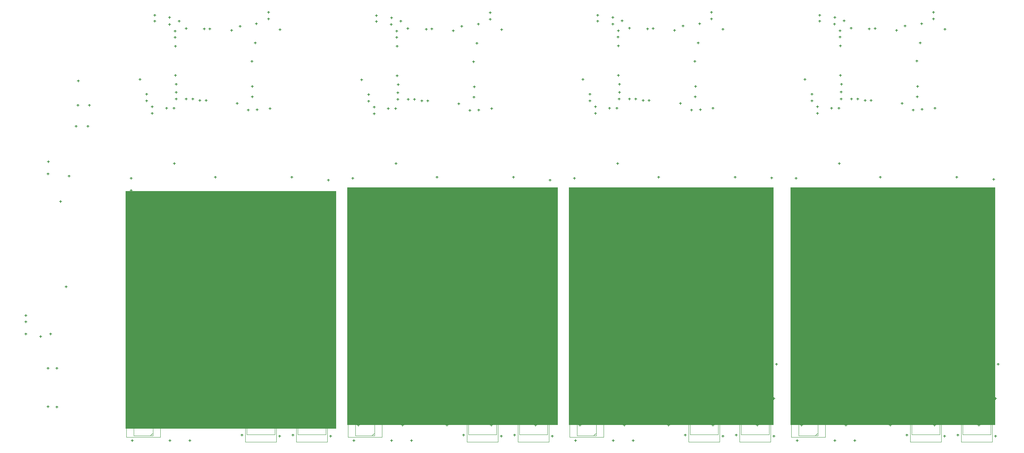
<source format=gm1>
G04*
G04 #@! TF.GenerationSoftware,Altium Limited,Altium Designer,18.1.7 (191)*
G04*
G04 Layer_Color=16711935*
%FSLAX25Y25*%
%MOIN*%
G70*
G01*
G75*
%ADD13C,0.00394*%
%ADD14C,0.00500*%
%ADD18C,0.00197*%
%ADD19R,1.90000X2.15000*%
%ADD20R,1.85000X2.15000*%
D13*
X886858Y17055D02*
Y34378D01*
X861268Y17055D02*
X886858D01*
X861268D02*
Y34378D01*
X886858D01*
X884299D02*
X886858Y31819D01*
X686858Y17055D02*
Y34378D01*
X661268Y17055D02*
X686858D01*
X661268D02*
Y34378D01*
X686858D01*
X684299D02*
X686858Y31819D01*
X486858Y17055D02*
Y34378D01*
X461268Y17055D02*
X486858D01*
X461268D02*
Y34378D01*
X486858D01*
X484299D02*
X486858Y31819D01*
X286858Y17055D02*
Y34378D01*
X261268Y17055D02*
X286858D01*
X261268D02*
Y34378D01*
X286858D01*
X284299D02*
X286858Y31819D01*
X840858Y17055D02*
Y34378D01*
X815268Y17055D02*
X840858D01*
X815268D02*
Y34378D01*
X840858D01*
X838299D02*
X840858Y31819D01*
X640858Y17055D02*
Y34378D01*
X615268Y17055D02*
X640858D01*
X615268D02*
Y34378D01*
X640858D01*
X638299D02*
X640858Y31819D01*
X440858Y17055D02*
Y34378D01*
X415268Y17055D02*
X440858D01*
X415268D02*
Y34378D01*
X440858D01*
X438299D02*
X440858Y31819D01*
X240858Y17055D02*
Y34378D01*
X215268Y17055D02*
X240858D01*
X215268D02*
Y34378D01*
X240858D01*
X238299D02*
X240858Y31819D01*
X713402Y15921D02*
X730725D01*
X713402D02*
Y41512D01*
X730725D01*
Y15921D02*
Y41512D01*
X728165Y15921D02*
X730725Y18480D01*
X513402Y15921D02*
X530725D01*
X513402D02*
Y41512D01*
X530725D01*
Y15921D02*
Y41512D01*
X528165Y15921D02*
X530725Y18480D01*
X313402Y15921D02*
X330725D01*
X313402D02*
Y41512D01*
X330725D01*
Y15921D02*
Y41512D01*
X328166Y15921D02*
X330725Y18480D01*
X113402Y15921D02*
X130725D01*
X113402D02*
Y41512D01*
X130725D01*
Y15921D02*
Y41512D01*
X128165Y15921D02*
X130725Y18480D01*
X713402Y60921D02*
X730725D01*
X713402D02*
Y86512D01*
X730725D01*
Y60921D02*
Y86512D01*
X728165Y60921D02*
X730725Y63480D01*
X513402Y60921D02*
X530725D01*
X513402D02*
Y86512D01*
X530725D01*
Y60921D02*
Y86512D01*
X528165Y60921D02*
X530725Y63480D01*
X313402Y60921D02*
X330725D01*
X313402D02*
Y86512D01*
X330725D01*
Y60921D02*
Y86512D01*
X328166Y60921D02*
X330725Y63480D01*
X113402Y60921D02*
X130725D01*
X113402D02*
Y86512D01*
X130725D01*
Y60921D02*
Y86512D01*
X128165Y60921D02*
X130725Y63480D01*
X884858Y115055D02*
Y132378D01*
X859268Y115055D02*
X884858D01*
X859268D02*
Y132378D01*
X884858D01*
X882299D02*
X884858Y129819D01*
X684858Y115055D02*
Y132378D01*
X659268Y115055D02*
X684858D01*
X659268D02*
Y132378D01*
X684858D01*
X682299D02*
X684858Y129819D01*
X484858Y115055D02*
Y132378D01*
X459268Y115055D02*
X484858D01*
X459268D02*
Y132378D01*
X484858D01*
X482299D02*
X484858Y129819D01*
X284858Y115055D02*
Y132378D01*
X259268Y115055D02*
X284858D01*
X259268D02*
Y132378D01*
X284858D01*
X282299D02*
X284858Y129819D01*
X713402Y105921D02*
X730725D01*
X713402D02*
Y131512D01*
X730725D01*
Y105921D02*
Y131512D01*
X728165Y105921D02*
X730725Y108480D01*
X513402Y105921D02*
X530725D01*
X513402D02*
Y131512D01*
X530725D01*
Y105921D02*
Y131512D01*
X528165Y105921D02*
X530725Y108480D01*
X313402Y105921D02*
X330725D01*
X313402D02*
Y131512D01*
X330725D01*
Y105921D02*
Y131512D01*
X328166Y105921D02*
X330725Y108480D01*
X113402Y105921D02*
X130725D01*
X113402D02*
Y131512D01*
X130725D01*
Y105921D02*
Y131512D01*
X128165Y105921D02*
X130725Y108480D01*
X713402Y151921D02*
X730725D01*
X713402D02*
Y177512D01*
X730725D01*
Y151921D02*
Y177512D01*
X728165Y151921D02*
X730725Y154480D01*
X513402Y151921D02*
X530725D01*
X513402D02*
Y177512D01*
X530725D01*
Y151921D02*
Y177512D01*
X528165Y151921D02*
X530725Y154480D01*
X313402Y151921D02*
X330725D01*
X313402D02*
Y177512D01*
X330725D01*
Y151921D02*
Y177512D01*
X328166Y151921D02*
X330725Y154480D01*
X113402Y151921D02*
X130725D01*
X113402D02*
Y177512D01*
X130725D01*
Y151921D02*
Y177512D01*
X128165Y151921D02*
X130725Y154480D01*
X884858Y198055D02*
Y215378D01*
X859268Y198055D02*
X884858D01*
X859268D02*
Y215378D01*
X884858D01*
X882299D02*
X884858Y212819D01*
X684858Y198055D02*
Y215378D01*
X659268Y198055D02*
X684858D01*
X659268D02*
Y215378D01*
X684858D01*
X682299D02*
X684858Y212819D01*
X484858Y198055D02*
Y215378D01*
X459268Y198055D02*
X484858D01*
X459268D02*
Y215378D01*
X484858D01*
X482299D02*
X484858Y212819D01*
X284858Y198055D02*
Y215378D01*
X259268Y198055D02*
X284858D01*
X259268D02*
Y215378D01*
X284858D01*
X282299D02*
X284858Y212819D01*
X781918Y198389D02*
Y215712D01*
X756327Y198389D02*
X781918D01*
X756327D02*
Y215712D01*
X781918D01*
X779359D02*
X781918Y213153D01*
X581918Y198389D02*
Y215712D01*
X556327Y198389D02*
X581918D01*
X556327D02*
Y215712D01*
X581918D01*
X579359D02*
X581918Y213153D01*
X381918Y198389D02*
Y215712D01*
X356328Y198389D02*
X381918D01*
X356328D02*
Y215712D01*
X381918D01*
X379359D02*
X381918Y213153D01*
X181918Y198389D02*
Y215712D01*
X156327Y198389D02*
X181918D01*
X156327D02*
Y215712D01*
X181918D01*
X179359D02*
X181918Y213153D01*
X740864Y197087D02*
Y214409D01*
X715273Y197087D02*
X740864D01*
X715273D02*
Y214409D01*
X740864D01*
X738305D02*
X740864Y211850D01*
X540864Y197087D02*
Y214409D01*
X515273Y197087D02*
X540864D01*
X515273D02*
Y214409D01*
X540864D01*
X538305D02*
X540864Y211850D01*
X340864Y197087D02*
Y214409D01*
X315273Y197087D02*
X340864D01*
X315273D02*
Y214409D01*
X340864D01*
X338305D02*
X340864Y211850D01*
X140864Y197087D02*
Y214409D01*
X115273Y197087D02*
X140864D01*
X115273D02*
Y214409D01*
X140864D01*
X138305D02*
X140864Y211850D01*
D14*
X35167Y42471D02*
X37167D01*
X36167Y41471D02*
Y43471D01*
X35177Y77003D02*
X37177D01*
X36177Y76003D02*
Y78003D01*
X43137Y42227D02*
X45137D01*
X44137Y41227D02*
Y43227D01*
X43037Y77217D02*
X45037D01*
X44037Y76217D02*
Y78217D01*
X16032Y123803D02*
Y125803D01*
X15032Y124803D02*
X17032D01*
X16002Y118213D02*
Y120213D01*
X15002Y119213D02*
X17002D01*
X72484Y314866D02*
X74484D01*
X73484Y313866D02*
Y315866D01*
X62244Y314866D02*
X64244D01*
X63244Y313866D02*
Y315866D01*
X38282Y107039D02*
Y109039D01*
X37282Y108039D02*
X39282D01*
X15002Y108165D02*
X17002D01*
X16002Y107165D02*
Y109165D01*
X71070Y295647D02*
X73070D01*
X72070Y294647D02*
Y296646D01*
X52468Y149706D02*
Y151707D01*
X51468Y150707D02*
X53468D01*
X35016Y252918D02*
X37016D01*
X36016Y251918D02*
Y253918D01*
X62474Y336706D02*
X64474D01*
X63474Y335706D02*
Y337706D01*
X60364Y295827D02*
X62364D01*
X61364Y294827D02*
Y296827D01*
X54234Y250657D02*
X56234D01*
X55234Y249657D02*
Y251657D01*
X46424Y227826D02*
X48424D01*
X47424Y226827D02*
Y228826D01*
X35278Y263834D02*
X37278D01*
X36278Y262834D02*
Y264834D01*
X28322Y105783D02*
X30322D01*
X29322Y104783D02*
Y106783D01*
X456227Y16716D02*
X458227D01*
X457227Y15717D02*
Y17717D01*
X456227Y49716D02*
X458227D01*
X457227Y48717D02*
Y50717D01*
X456063Y68717D02*
X458063D01*
X457063Y67716D02*
Y69717D01*
X490063Y15717D02*
X492063D01*
X491063Y14717D02*
Y16716D01*
X490063Y49716D02*
X492063D01*
X491063Y48717D02*
Y50717D01*
X492508Y80717D02*
X494508D01*
X493507Y79716D02*
Y81717D01*
X476063Y24716D02*
Y26717D01*
X475063Y25717D02*
X477063D01*
X476063Y39717D02*
Y41717D01*
X475063Y40716D02*
X477063D01*
X476063Y54716D02*
Y56717D01*
X475063Y55717D02*
X477063D01*
X876063Y54716D02*
Y56717D01*
X875063Y55717D02*
X877063D01*
X876063Y39717D02*
Y41717D01*
X875063Y40716D02*
X877063D01*
X876063Y24716D02*
Y26717D01*
X875063Y25717D02*
X877063D01*
X676063Y54716D02*
Y56717D01*
X675063Y55717D02*
X677063D01*
X676063Y39717D02*
Y41717D01*
X675063Y40716D02*
X677063D01*
X676063Y24716D02*
Y26717D01*
X675063Y25717D02*
X677063D01*
X876063Y69717D02*
Y71716D01*
X875063Y70717D02*
X877063D01*
X876063Y84716D02*
Y86717D01*
X875063Y85716D02*
X877063D01*
X836063Y24716D02*
Y26717D01*
X835063Y25717D02*
X837063D01*
X836063Y39717D02*
Y41717D01*
X835063Y40716D02*
X837063D01*
X836063Y54716D02*
Y56717D01*
X835063Y55717D02*
X837063D01*
X836063Y69717D02*
Y71716D01*
X835063Y70717D02*
X837063D01*
X836063Y84716D02*
Y86717D01*
X835063Y85716D02*
X837063D01*
X796063Y24716D02*
Y26717D01*
X795063Y25717D02*
X797063D01*
X676063Y69717D02*
Y71716D01*
X675063Y70717D02*
X677063D01*
X676063Y84716D02*
Y86717D01*
X675063Y85716D02*
X677063D01*
X636063Y24716D02*
Y26717D01*
X635063Y25717D02*
X637063D01*
X636063Y39717D02*
Y41717D01*
X635063Y40716D02*
X637063D01*
X636063Y54716D02*
Y56717D01*
X635063Y55717D02*
X637063D01*
X636063Y69717D02*
Y71716D01*
X635063Y70717D02*
X637063D01*
X636063Y84716D02*
Y86717D01*
X635063Y85716D02*
X637063D01*
X596063Y24716D02*
Y26717D01*
X595063Y25717D02*
X597063D01*
X476063Y69717D02*
Y71716D01*
X475063Y70717D02*
X477063D01*
X476063Y84716D02*
Y86717D01*
X475063Y85716D02*
X477063D01*
X436063Y24716D02*
Y26717D01*
X435063Y25717D02*
X437063D01*
X436063Y39717D02*
Y41717D01*
X435063Y40716D02*
X437063D01*
X436063Y54716D02*
Y56717D01*
X435063Y55717D02*
X437063D01*
X436063Y69717D02*
Y71716D01*
X435063Y70717D02*
X437063D01*
X436063Y84716D02*
Y86717D01*
X435063Y85716D02*
X437063D01*
X396063Y24716D02*
Y26717D01*
X395063Y25717D02*
X397063D01*
X756063Y24716D02*
Y26717D01*
X755063Y25717D02*
X757063D01*
X716063Y24716D02*
Y26717D01*
X715063Y25717D02*
X717063D01*
X796063Y39717D02*
Y41717D01*
X795063Y40716D02*
X797063D01*
X756063Y39717D02*
Y41717D01*
X755063Y40716D02*
X757063D01*
X716063Y39717D02*
Y41717D01*
X715063Y40716D02*
X717063D01*
X796063Y54716D02*
Y56717D01*
X795063Y55717D02*
X797063D01*
X756063Y54716D02*
Y56717D01*
X755063Y55717D02*
X757063D01*
X716063Y54716D02*
Y56717D01*
X715063Y55717D02*
X717063D01*
X556063Y24716D02*
Y26717D01*
X555063Y25717D02*
X557063D01*
X516063Y24716D02*
Y26717D01*
X515063Y25717D02*
X517063D01*
X596063Y39717D02*
Y41717D01*
X595063Y40716D02*
X597063D01*
X556063Y39717D02*
Y41717D01*
X555063Y40716D02*
X557063D01*
X516063Y39717D02*
Y41717D01*
X515063Y40716D02*
X517063D01*
X596063Y54716D02*
Y56717D01*
X595063Y55717D02*
X597063D01*
X556063Y54716D02*
Y56717D01*
X555063Y55717D02*
X557063D01*
X516063Y54716D02*
Y56717D01*
X515063Y55717D02*
X517063D01*
X356063Y24716D02*
Y26717D01*
X355063Y25717D02*
X357063D01*
X316063Y24716D02*
Y26717D01*
X315063Y25717D02*
X317063D01*
X396063Y39717D02*
Y41717D01*
X395063Y40716D02*
X397063D01*
X356063Y39717D02*
Y41717D01*
X355063Y40716D02*
X357063D01*
X316063Y39717D02*
Y41717D01*
X315063Y40716D02*
X317063D01*
X396063Y54716D02*
Y56717D01*
X395063Y55717D02*
X397063D01*
X356063Y54716D02*
Y56717D01*
X355063Y55717D02*
X357063D01*
X316063Y54716D02*
Y56717D01*
X315063Y55717D02*
X317063D01*
X796063Y69717D02*
Y71716D01*
X795063Y70717D02*
X797063D01*
X756063Y69717D02*
Y71716D01*
X755063Y70717D02*
X757063D01*
X716063Y69717D02*
Y71716D01*
X715063Y70717D02*
X717063D01*
X796063Y84716D02*
Y86717D01*
X795063Y85716D02*
X797063D01*
X756063Y84716D02*
Y86717D01*
X755063Y85716D02*
X757063D01*
X716063Y84716D02*
Y86717D01*
X715063Y85716D02*
X717063D01*
X756063Y99717D02*
Y101716D01*
X755063Y100716D02*
X757063D01*
X716063Y99717D02*
Y101716D01*
X715063Y100716D02*
X717063D01*
X596063Y69717D02*
Y71716D01*
X595063Y70717D02*
X597063D01*
X556063Y69717D02*
Y71716D01*
X555063Y70717D02*
X557063D01*
X516063Y69717D02*
Y71716D01*
X515063Y70717D02*
X517063D01*
X596063Y84716D02*
Y86717D01*
X595063Y85716D02*
X597063D01*
X556063Y84716D02*
Y86717D01*
X555063Y85716D02*
X557063D01*
X516063Y84716D02*
Y86717D01*
X515063Y85716D02*
X517063D01*
X556063Y99717D02*
Y101716D01*
X555063Y100716D02*
X557063D01*
X516063Y99717D02*
Y101716D01*
X515063Y100716D02*
X517063D01*
X396063Y69717D02*
Y71716D01*
X395063Y70717D02*
X397063D01*
X356063Y69717D02*
Y71716D01*
X355063Y70717D02*
X357063D01*
X316063Y69717D02*
Y71716D01*
X315063Y70717D02*
X317063D01*
X396063Y84716D02*
Y86717D01*
X395063Y85716D02*
X397063D01*
X356063Y84716D02*
Y86717D01*
X355063Y85716D02*
X357063D01*
X316063Y84716D02*
Y86717D01*
X315063Y85716D02*
X317063D01*
X356063Y99717D02*
Y101716D01*
X355063Y100716D02*
X357063D01*
X316063Y99717D02*
Y101716D01*
X315063Y100716D02*
X317063D01*
X876063Y99717D02*
Y101716D01*
X875063Y100716D02*
X877063D01*
X876063Y114716D02*
Y116717D01*
X875063Y115717D02*
X877063D01*
X876063Y129717D02*
Y131717D01*
X875063Y130717D02*
X877063D01*
X876063Y144717D02*
Y146716D01*
X875063Y145717D02*
X877063D01*
X836063Y99717D02*
Y101716D01*
X835063Y100716D02*
X837063D01*
X836063Y114716D02*
Y116717D01*
X835063Y115717D02*
X837063D01*
X836063Y144717D02*
Y146716D01*
X835063Y145717D02*
X837063D01*
X836063Y129717D02*
Y131717D01*
X835063Y130717D02*
X837063D01*
X676063Y99717D02*
Y101716D01*
X675063Y100716D02*
X677063D01*
X676063Y114716D02*
Y116717D01*
X675063Y115717D02*
X677063D01*
X676063Y129717D02*
Y131717D01*
X675063Y130717D02*
X677063D01*
X676063Y144717D02*
Y146716D01*
X675063Y145717D02*
X677063D01*
X636063Y99717D02*
Y101716D01*
X635063Y100716D02*
X637063D01*
X636063Y114716D02*
Y116717D01*
X635063Y115717D02*
X637063D01*
X636063Y144717D02*
Y146716D01*
X635063Y145717D02*
X637063D01*
X636063Y129717D02*
Y131717D01*
X635063Y130717D02*
X637063D01*
X476063Y99717D02*
Y101716D01*
X475063Y100716D02*
X477063D01*
X476063Y114716D02*
Y116717D01*
X475063Y115717D02*
X477063D01*
X476063Y129717D02*
Y131717D01*
X475063Y130717D02*
X477063D01*
X476063Y144717D02*
Y146716D01*
X475063Y145717D02*
X477063D01*
X436063Y99717D02*
Y101716D01*
X435063Y100716D02*
X437063D01*
X436063Y114716D02*
Y116717D01*
X435063Y115717D02*
X437063D01*
X436063Y144717D02*
Y146716D01*
X435063Y145717D02*
X437063D01*
X436063Y129717D02*
Y131717D01*
X435063Y130717D02*
X437063D01*
X796063Y99717D02*
Y101716D01*
X795063Y100716D02*
X797063D01*
X796063Y114716D02*
Y116717D01*
X795063Y115717D02*
X797063D01*
X756063Y114716D02*
Y116717D01*
X755063Y115717D02*
X757063D01*
X716063Y114716D02*
Y116717D01*
X715063Y115717D02*
X717063D01*
X796063Y129717D02*
Y131717D01*
X795063Y130717D02*
X797063D01*
X756063Y129717D02*
Y131717D01*
X755063Y130717D02*
X757063D01*
X716063Y129717D02*
Y131717D01*
X715063Y130717D02*
X717063D01*
X716063Y144717D02*
Y146716D01*
X715063Y145717D02*
X717063D01*
X596063Y99717D02*
Y101716D01*
X595063Y100716D02*
X597063D01*
X596063Y114716D02*
Y116717D01*
X595063Y115717D02*
X597063D01*
X556063Y114716D02*
Y116717D01*
X555063Y115717D02*
X557063D01*
X516063Y114716D02*
Y116717D01*
X515063Y115717D02*
X517063D01*
X596063Y129717D02*
Y131717D01*
X595063Y130717D02*
X597063D01*
X556063Y129717D02*
Y131717D01*
X555063Y130717D02*
X557063D01*
X516063Y129717D02*
Y131717D01*
X515063Y130717D02*
X517063D01*
X516063Y144717D02*
Y146716D01*
X515063Y145717D02*
X517063D01*
X396063Y99717D02*
Y101716D01*
X395063Y100716D02*
X397063D01*
X396063Y114716D02*
Y116717D01*
X395063Y115717D02*
X397063D01*
X356063Y114716D02*
Y116717D01*
X355063Y115717D02*
X357063D01*
X316063Y114716D02*
Y116717D01*
X315063Y115717D02*
X317063D01*
X396063Y129717D02*
Y131717D01*
X395063Y130717D02*
X397063D01*
X356063Y129717D02*
Y131717D01*
X355063Y130717D02*
X357063D01*
X316063Y129717D02*
Y131717D01*
X315063Y130717D02*
X317063D01*
X316063Y144717D02*
Y146716D01*
X315063Y145717D02*
X317063D01*
X756063Y144717D02*
Y146716D01*
X755063Y145717D02*
X757063D01*
X796063Y144717D02*
Y146716D01*
X795063Y145717D02*
X797063D01*
X796063Y159716D02*
Y161716D01*
X795063Y160716D02*
X797063D01*
X756063Y159716D02*
Y161716D01*
X755063Y160716D02*
X757063D01*
X716063Y159716D02*
Y161716D01*
X715063Y160716D02*
X717063D01*
X796063Y174716D02*
Y176716D01*
X795063Y175716D02*
X797063D01*
X756063Y174716D02*
Y176716D01*
X755063Y175716D02*
X757063D01*
X716063Y174716D02*
Y176716D01*
X715063Y175716D02*
X717063D01*
X556063Y144717D02*
Y146716D01*
X555063Y145717D02*
X557063D01*
X596063Y144717D02*
Y146716D01*
X595063Y145717D02*
X597063D01*
X596063Y159716D02*
Y161716D01*
X595063Y160716D02*
X597063D01*
X556063Y159716D02*
Y161716D01*
X555063Y160716D02*
X557063D01*
X516063Y159716D02*
Y161716D01*
X515063Y160716D02*
X517063D01*
X596063Y174716D02*
Y176716D01*
X595063Y175716D02*
X597063D01*
X556063Y174716D02*
Y176716D01*
X555063Y175716D02*
X557063D01*
X516063Y174716D02*
Y176716D01*
X515063Y175716D02*
X517063D01*
X356063Y144717D02*
Y146716D01*
X355063Y145717D02*
X357063D01*
X396063Y144717D02*
Y146716D01*
X395063Y145717D02*
X397063D01*
X396063Y159716D02*
Y161716D01*
X395063Y160716D02*
X397063D01*
X356063Y159716D02*
Y161716D01*
X355063Y160716D02*
X357063D01*
X316063Y159716D02*
Y161716D01*
X315063Y160716D02*
X317063D01*
X396063Y174716D02*
Y176716D01*
X395063Y175716D02*
X397063D01*
X356063Y174716D02*
Y176716D01*
X355063Y175716D02*
X357063D01*
X316063Y174716D02*
Y176716D01*
X315063Y175716D02*
X317063D01*
X876063Y174716D02*
Y176716D01*
X875063Y175716D02*
X877063D01*
X876063Y159716D02*
Y161716D01*
X875063Y160716D02*
X877063D01*
X876063Y189716D02*
Y191717D01*
X875063Y190717D02*
X877063D01*
X876063Y204716D02*
Y206716D01*
X875063Y205716D02*
X877063D01*
X876063Y219717D02*
Y221716D01*
X875063Y220717D02*
X877063D01*
X876063Y234717D02*
Y236717D01*
X875063Y235717D02*
X877063D01*
X836063Y159716D02*
Y161716D01*
X835063Y160716D02*
X837063D01*
X836063Y174716D02*
Y176716D01*
X835063Y175716D02*
X837063D01*
X676063Y174716D02*
Y176716D01*
X675063Y175716D02*
X677063D01*
X676063Y159716D02*
Y161716D01*
X675063Y160716D02*
X677063D01*
X676063Y189716D02*
Y191717D01*
X675063Y190717D02*
X677063D01*
X676063Y204716D02*
Y206716D01*
X675063Y205716D02*
X677063D01*
X676063Y219717D02*
Y221716D01*
X675063Y220717D02*
X677063D01*
X676063Y234717D02*
Y236717D01*
X675063Y235717D02*
X677063D01*
X636063Y159716D02*
Y161716D01*
X635063Y160716D02*
X637063D01*
X636063Y174716D02*
Y176716D01*
X635063Y175716D02*
X637063D01*
X476063Y174716D02*
Y176716D01*
X475063Y175716D02*
X477063D01*
X476063Y159716D02*
Y161716D01*
X475063Y160716D02*
X477063D01*
X476063Y189716D02*
Y191717D01*
X475063Y190717D02*
X477063D01*
X476063Y204716D02*
Y206716D01*
X475063Y205716D02*
X477063D01*
X476063Y219717D02*
Y221716D01*
X475063Y220717D02*
X477063D01*
X476063Y234717D02*
Y236717D01*
X475063Y235717D02*
X477063D01*
X436063Y159716D02*
Y161716D01*
X435063Y160716D02*
X437063D01*
X436063Y174716D02*
Y176716D01*
X435063Y175716D02*
X437063D01*
X786063Y249716D02*
X788063D01*
X787063Y248716D02*
Y250716D01*
X751287Y198050D02*
X753287D01*
X752287Y197050D02*
Y199050D01*
X749123Y262050D02*
X751123D01*
X750123Y261050D02*
Y263050D01*
X785123Y197050D02*
X787123D01*
X786123Y196050D02*
Y198050D01*
X751287Y231125D02*
X753287D01*
X752287Y230125D02*
Y232125D01*
X785123Y231050D02*
X787123D01*
X786123Y230050D02*
Y232050D01*
X585123Y197050D02*
X587123D01*
X586123Y196050D02*
Y198050D01*
X585123Y231050D02*
X587123D01*
X586123Y230050D02*
Y232050D01*
X586063Y249716D02*
X588063D01*
X587063Y248716D02*
Y250716D01*
X551287Y198050D02*
X553287D01*
X552287Y197050D02*
Y199050D01*
X551287Y231125D02*
X553287D01*
X552287Y230125D02*
Y232125D01*
X549123Y262050D02*
X551123D01*
X550123Y261050D02*
Y263050D01*
X796063Y189716D02*
Y191717D01*
X795063Y190717D02*
X797063D01*
X836063Y189716D02*
Y191717D01*
X835063Y190717D02*
X837063D01*
X836063Y204716D02*
Y206716D01*
X835063Y205716D02*
X837063D01*
X796063Y204716D02*
Y206716D01*
X795063Y205716D02*
X797063D01*
X836063Y219717D02*
Y221716D01*
X835063Y220717D02*
X837063D01*
X796063Y219717D02*
Y221716D01*
X795063Y220717D02*
X797063D01*
X836063Y234717D02*
Y236717D01*
X835063Y235717D02*
X837063D01*
X796063Y234717D02*
Y236717D01*
X795063Y235717D02*
X797063D01*
X596063Y189716D02*
Y191717D01*
X595063Y190717D02*
X597063D01*
X636063Y189716D02*
Y191717D01*
X635063Y190717D02*
X637063D01*
X636063Y204716D02*
Y206716D01*
X635063Y205716D02*
X637063D01*
X596063Y204716D02*
Y206716D01*
X595063Y205716D02*
X597063D01*
X636063Y219717D02*
Y221716D01*
X635063Y220717D02*
X637063D01*
X596063Y219717D02*
Y221716D01*
X595063Y220717D02*
X597063D01*
X636063Y234717D02*
Y236717D01*
X635063Y235717D02*
X637063D01*
X596063Y234717D02*
Y236717D01*
X595063Y235717D02*
X597063D01*
X396063Y189716D02*
Y191717D01*
X395063Y190717D02*
X397063D01*
X436063Y189716D02*
Y191717D01*
X435063Y190717D02*
X437063D01*
X436063Y204716D02*
Y206716D01*
X435063Y205716D02*
X437063D01*
X396063Y204716D02*
Y206716D01*
X395063Y205716D02*
X397063D01*
X436063Y219717D02*
Y221716D01*
X435063Y220717D02*
X437063D01*
X396063Y219717D02*
Y221716D01*
X395063Y220717D02*
X397063D01*
X436063Y234717D02*
Y236717D01*
X435063Y235717D02*
X437063D01*
X396063Y234717D02*
Y236717D01*
X395063Y235717D02*
X397063D01*
X510227Y197716D02*
X512227D01*
X511227Y196716D02*
Y198716D01*
X510063Y224716D02*
X512063D01*
X511063Y223716D02*
Y225716D01*
X510063Y237717D02*
X512063D01*
X511063Y236717D02*
Y238717D01*
X510063Y248716D02*
X512063D01*
X511063Y247716D02*
Y249716D01*
X543456Y197740D02*
X545456D01*
X544456Y196740D02*
Y198740D01*
X544063Y230716D02*
X546063D01*
X545063Y229716D02*
Y231716D01*
X316063Y189716D02*
Y191717D01*
X315063Y190717D02*
X317063D01*
X316063Y204716D02*
Y206716D01*
X315063Y205716D02*
X317063D01*
X316063Y219717D02*
Y221717D01*
X315063Y220717D02*
X317063D01*
X316063Y234717D02*
Y236717D01*
X315063Y235717D02*
X317063D01*
X356063Y189716D02*
Y191717D01*
X355063Y190717D02*
X357063D01*
X356063Y204716D02*
Y206716D01*
X355063Y205716D02*
X357063D01*
X356063Y219717D02*
Y221717D01*
X355063Y220717D02*
X357063D01*
X356063Y234717D02*
Y236717D01*
X355063Y235717D02*
X357063D01*
X344063Y230716D02*
X346063D01*
X345063Y229716D02*
Y231716D01*
X343456Y197740D02*
X345456D01*
X344456Y196740D02*
Y198740D01*
X310227Y197716D02*
X312227D01*
X311227Y196716D02*
Y198716D01*
X310063Y237717D02*
X312063D01*
X311063Y236717D02*
Y238717D01*
X310063Y248716D02*
X312063D01*
X311063Y247716D02*
Y249716D01*
X310063Y224716D02*
X312063D01*
X311063Y223716D02*
Y225716D01*
X756063Y189716D02*
Y191717D01*
X755063Y190717D02*
X757063D01*
X756063Y204716D02*
Y206716D01*
X755063Y205716D02*
X757063D01*
X756063Y219717D02*
Y221716D01*
X755063Y220717D02*
X757063D01*
X756063Y234717D02*
Y236717D01*
X755063Y235717D02*
X757063D01*
X716063Y189716D02*
Y191717D01*
X715063Y190717D02*
X717063D01*
X716063Y204716D02*
Y206716D01*
X715063Y205716D02*
X717063D01*
X716063Y219717D02*
Y221716D01*
X715063Y220717D02*
X717063D01*
X716063Y234717D02*
Y236717D01*
X715063Y235717D02*
X717063D01*
X556063Y189716D02*
Y191717D01*
X555063Y190717D02*
X557063D01*
X556063Y204716D02*
Y206716D01*
X555063Y205716D02*
X557063D01*
X556063Y219717D02*
Y221716D01*
X555063Y220717D02*
X557063D01*
X556063Y234717D02*
Y236717D01*
X555063Y235717D02*
X557063D01*
X516063Y189716D02*
Y191717D01*
X515063Y190717D02*
X517063D01*
X516063Y204716D02*
Y206716D01*
X515063Y205716D02*
X517063D01*
X516063Y219717D02*
Y221716D01*
X515063Y220717D02*
X517063D01*
X516063Y234717D02*
Y236717D01*
X515063Y235717D02*
X517063D01*
X276063Y204716D02*
Y206716D01*
X275063Y205716D02*
X277063D01*
X236063Y234717D02*
Y236717D01*
X235063Y235717D02*
X237063D01*
X196063Y144717D02*
Y146716D01*
X195063Y145717D02*
X197063D01*
X710227Y197716D02*
X712227D01*
X711227Y196716D02*
Y198716D01*
X744063Y230716D02*
X746063D01*
X745063Y229716D02*
Y231716D01*
X710063Y248716D02*
X712063D01*
X711063Y247716D02*
Y249716D01*
X710063Y224716D02*
X712063D01*
X711063Y223716D02*
Y225716D01*
X710063Y237717D02*
X712063D01*
X711063Y236717D02*
Y238717D01*
X743456Y197740D02*
X745456D01*
X744456Y196740D02*
Y198740D01*
X116063Y234717D02*
Y236717D01*
X115063Y235717D02*
X117063D01*
X115063Y220717D02*
X117063D01*
X116063Y219717D02*
Y221716D01*
X856227Y49716D02*
X858227D01*
X857227Y48717D02*
Y50717D01*
X892508Y80717D02*
X894508D01*
X893508Y79716D02*
Y81717D01*
X890063Y15717D02*
X892063D01*
X891063Y14717D02*
Y16716D01*
X890063Y49716D02*
X892063D01*
X891063Y48717D02*
Y50717D01*
X856063Y68717D02*
X858063D01*
X857063Y67716D02*
Y69717D01*
X856227Y16716D02*
X858227D01*
X857227Y15717D02*
Y17717D01*
X810227Y49716D02*
X812227D01*
X811227Y48717D02*
Y50717D01*
X844063Y66716D02*
X846063D01*
X845063Y65716D02*
Y67716D01*
X844063Y15717D02*
X846063D01*
X845063Y14717D02*
Y16716D01*
X844063Y49716D02*
X846063D01*
X845063Y48717D02*
Y50717D01*
X810063Y67716D02*
X812063D01*
X811063Y66716D02*
Y68717D01*
X810227Y16716D02*
X812227D01*
X811227Y15717D02*
Y17717D01*
X746063Y44553D02*
Y46553D01*
X745063Y45553D02*
X747063D01*
X764063Y10717D02*
Y12717D01*
X763063Y11716D02*
X765063D01*
X712063Y10717D02*
Y12717D01*
X711063Y11716D02*
X713063D01*
X746063Y10717D02*
Y12717D01*
X745063Y11716D02*
X747063D01*
X764173Y47819D02*
Y49819D01*
X763173Y48819D02*
X765173D01*
X713063Y44553D02*
Y46553D01*
X712063Y45553D02*
X714063D01*
X746063Y89553D02*
Y91553D01*
X745063Y90553D02*
X747063D01*
X765063Y55717D02*
Y57717D01*
X764063Y56717D02*
X766063D01*
X712063Y55717D02*
Y57717D01*
X711063Y56717D02*
X713063D01*
X746063Y55717D02*
Y57717D01*
X745063Y56717D02*
X747063D01*
X764173Y92701D02*
Y94701D01*
X763173Y93701D02*
X765173D01*
X713063Y89553D02*
Y91553D01*
X712063Y90553D02*
X714063D01*
X854227Y147716D02*
X856227D01*
X855227Y146716D02*
Y148716D01*
X888508Y165717D02*
X890508D01*
X889508Y164716D02*
Y166717D01*
X888063Y113716D02*
X890063D01*
X889063Y112716D02*
Y114716D01*
X888063Y147716D02*
X890063D01*
X889063Y146716D02*
Y148716D01*
X853906Y178605D02*
X855906D01*
X854906Y177605D02*
Y179605D01*
X854227Y114716D02*
X856227D01*
X855227Y113716D02*
Y115717D01*
X746063Y134553D02*
Y136553D01*
X745063Y135553D02*
X747063D01*
X764756Y100535D02*
Y102535D01*
X763756Y101535D02*
X765756D01*
X712063Y100716D02*
Y102717D01*
X711063Y101716D02*
X713063D01*
X746063Y100716D02*
Y102717D01*
X745063Y101716D02*
X747063D01*
X764684Y135048D02*
Y137048D01*
X763684Y136048D02*
X765684D01*
X713063Y134553D02*
Y136553D01*
X712063Y135553D02*
X714063D01*
X746138Y180553D02*
Y182553D01*
X745138Y181553D02*
X747138D01*
X764063Y146716D02*
Y148716D01*
X763063Y147716D02*
X765063D01*
X712063Y146716D02*
Y148716D01*
X711063Y147716D02*
X713063D01*
X746063Y146716D02*
Y148716D01*
X745063Y147716D02*
X747063D01*
X765063Y180717D02*
Y182717D01*
X764063Y181717D02*
X766063D01*
X713063Y180553D02*
Y182553D01*
X712063Y181553D02*
X714063D01*
X854227Y229716D02*
X856227D01*
X855227Y228716D02*
Y230716D01*
X888367Y247688D02*
X890367D01*
X889367Y246688D02*
Y248688D01*
X888063Y196716D02*
X890063D01*
X889063Y195717D02*
Y197716D01*
X888063Y230716D02*
X890063D01*
X889063Y229716D02*
Y231716D01*
X855089Y249716D02*
X857089D01*
X856089Y248716D02*
Y250716D01*
X854227Y197716D02*
X856227D01*
X855227Y196716D02*
Y198716D01*
X656227Y49716D02*
X658227D01*
X657227Y48717D02*
Y50717D01*
X692508Y80717D02*
X694508D01*
X693507Y79716D02*
Y81717D01*
X690063Y15717D02*
X692063D01*
X691063Y14717D02*
Y16716D01*
X690063Y49716D02*
X692063D01*
X691063Y48717D02*
Y50717D01*
X656063Y68717D02*
X658063D01*
X657063Y67716D02*
Y69717D01*
X656227Y16716D02*
X658227D01*
X657227Y15717D02*
Y17717D01*
X610227Y49716D02*
X612227D01*
X611227Y48717D02*
Y50717D01*
X644063Y66716D02*
X646063D01*
X645063Y65716D02*
Y67716D01*
X644063Y15717D02*
X646063D01*
X645063Y14717D02*
Y16716D01*
X644063Y49716D02*
X646063D01*
X645063Y48717D02*
Y50717D01*
X610063Y67716D02*
X612063D01*
X611063Y66716D02*
Y68717D01*
X610227Y16716D02*
X612227D01*
X611227Y15717D02*
Y17717D01*
X546063Y44553D02*
Y46553D01*
X545063Y45553D02*
X547063D01*
X564063Y10717D02*
Y12717D01*
X563063Y11716D02*
X565063D01*
X512063Y10717D02*
Y12717D01*
X511063Y11716D02*
X513063D01*
X546063Y10717D02*
Y12717D01*
X545063Y11716D02*
X547063D01*
X564173Y47819D02*
Y49819D01*
X563173Y48819D02*
X565173D01*
X513063Y44553D02*
Y46553D01*
X512063Y45553D02*
X514063D01*
X546063Y89553D02*
Y91553D01*
X545063Y90553D02*
X547063D01*
X565063Y55717D02*
Y57717D01*
X564063Y56717D02*
X566063D01*
X512063Y55717D02*
Y57717D01*
X511063Y56717D02*
X513063D01*
X546063Y55717D02*
Y57717D01*
X545063Y56717D02*
X547063D01*
X564173Y92701D02*
Y94701D01*
X563173Y93701D02*
X565173D01*
X513063Y89553D02*
Y91553D01*
X512063Y90553D02*
X514063D01*
X654227Y147716D02*
X656227D01*
X655227Y146716D02*
Y148716D01*
X688508Y165717D02*
X690508D01*
X689507Y164716D02*
Y166717D01*
X688063Y113716D02*
X690063D01*
X689063Y112716D02*
Y114716D01*
X688063Y147716D02*
X690063D01*
X689063Y146716D02*
Y148716D01*
X653906Y178605D02*
X655906D01*
X654906Y177605D02*
Y179605D01*
X654227Y114716D02*
X656227D01*
X655227Y113716D02*
Y115717D01*
X546063Y134553D02*
Y136553D01*
X545063Y135553D02*
X547063D01*
X564756Y100535D02*
Y102535D01*
X563756Y101535D02*
X565756D01*
X512063Y100716D02*
Y102717D01*
X511063Y101716D02*
X513063D01*
X546063Y100716D02*
Y102717D01*
X545063Y101716D02*
X547063D01*
X564684Y135048D02*
Y137048D01*
X563684Y136048D02*
X565684D01*
X513063Y134553D02*
Y136553D01*
X512063Y135553D02*
X514063D01*
X546138Y180553D02*
Y182553D01*
X545138Y181553D02*
X547138D01*
X564063Y146716D02*
Y148716D01*
X563063Y147716D02*
X565063D01*
X512063Y146716D02*
Y148716D01*
X511063Y147716D02*
X513063D01*
X546063Y146716D02*
Y148716D01*
X545063Y147716D02*
X547063D01*
X565063Y180717D02*
Y182717D01*
X564063Y181717D02*
X566063D01*
X513063Y180553D02*
Y182553D01*
X512063Y181553D02*
X514063D01*
X654227Y229716D02*
X656227D01*
X655227Y228716D02*
Y230716D01*
X688120Y249063D02*
X690120D01*
X689120Y248063D02*
Y250063D01*
X688063Y196716D02*
X690063D01*
X689063Y195717D02*
Y197716D01*
X688063Y230716D02*
X690063D01*
X689063Y229716D02*
Y231716D01*
X655089Y249716D02*
X657089D01*
X656089Y248716D02*
Y250716D01*
X654227Y197716D02*
X656227D01*
X655227Y196716D02*
Y198716D01*
X410227Y49716D02*
X412227D01*
X411227Y48717D02*
Y50717D01*
X444063Y66716D02*
X446063D01*
X445063Y65716D02*
Y67716D01*
X444063Y15717D02*
X446063D01*
X445063Y14717D02*
Y16716D01*
X444063Y49716D02*
X446063D01*
X445063Y48717D02*
Y50717D01*
X410063Y67716D02*
X412063D01*
X411063Y66716D02*
Y68717D01*
X410227Y16716D02*
X412227D01*
X411227Y15717D02*
Y17717D01*
X346063Y44553D02*
Y46553D01*
X345063Y45553D02*
X347063D01*
X364063Y10717D02*
Y12717D01*
X363063Y11716D02*
X365063D01*
X312063Y10717D02*
Y12717D01*
X311063Y11716D02*
X313063D01*
X346063Y10717D02*
Y12717D01*
X345063Y11716D02*
X347063D01*
X364173Y47819D02*
Y49819D01*
X363173Y48819D02*
X365173D01*
X313063Y44553D02*
Y46553D01*
X312063Y45553D02*
X314063D01*
X346063Y89553D02*
Y91553D01*
X345063Y90553D02*
X347063D01*
X365063Y55717D02*
Y57717D01*
X364063Y56717D02*
X366063D01*
X312063Y55717D02*
Y57717D01*
X311063Y56717D02*
X313063D01*
X346063Y55717D02*
Y57717D01*
X345063Y56717D02*
X347063D01*
X364173Y92701D02*
Y94701D01*
X363173Y93701D02*
X365173D01*
X313063Y89553D02*
Y91553D01*
X312063Y90553D02*
X314063D01*
X454227Y147716D02*
X456227D01*
X455227Y146716D02*
Y148716D01*
X488508Y165717D02*
X490508D01*
X489507Y164716D02*
Y166717D01*
X488063Y113716D02*
X490063D01*
X489063Y112716D02*
Y114716D01*
X488063Y147716D02*
X490063D01*
X489063Y146716D02*
Y148716D01*
X453906Y178605D02*
X455906D01*
X454906Y177605D02*
Y179605D01*
X454227Y114716D02*
X456227D01*
X455227Y113716D02*
Y115717D01*
X346063Y134553D02*
Y136553D01*
X345063Y135553D02*
X347063D01*
X364756Y100535D02*
Y102535D01*
X363756Y101535D02*
X365756D01*
X312063Y100716D02*
Y102717D01*
X311063Y101716D02*
X313063D01*
X346063Y100716D02*
Y102717D01*
X345063Y101716D02*
X347063D01*
X364684Y135048D02*
Y137048D01*
X363684Y136048D02*
X365684D01*
X313063Y134553D02*
Y136553D01*
X312063Y135553D02*
X314063D01*
X346138Y180553D02*
Y182553D01*
X345138Y181553D02*
X347138D01*
X364063Y146716D02*
Y148716D01*
X363063Y147716D02*
X365063D01*
X312063Y146716D02*
Y148716D01*
X311063Y147716D02*
X313063D01*
X346063Y146716D02*
Y148716D01*
X345063Y147716D02*
X347063D01*
X365063Y180717D02*
Y182717D01*
X364063Y181717D02*
X366063D01*
X313063Y180553D02*
Y182553D01*
X312063Y181553D02*
X314063D01*
X454227Y229716D02*
X456227D01*
X455227Y228716D02*
Y230716D01*
X488063Y247154D02*
X490063D01*
X489063Y246154D02*
Y248154D01*
X488063Y196716D02*
X490063D01*
X489063Y195717D02*
Y197716D01*
X488063Y230716D02*
X490063D01*
X489063Y229716D02*
Y231716D01*
X455089Y249716D02*
X457089D01*
X456089Y248716D02*
Y250716D01*
X454227Y197716D02*
X456227D01*
X455227Y196716D02*
Y198716D01*
X351287Y231125D02*
X353287D01*
X352287Y230125D02*
Y232125D01*
X386063Y249716D02*
X388063D01*
X387063Y248716D02*
Y250716D01*
X385123Y197050D02*
X387123D01*
X386123Y196050D02*
Y198050D01*
X385123Y231050D02*
X387123D01*
X386123Y230050D02*
Y232050D01*
X349123Y262050D02*
X351123D01*
X350123Y261050D02*
Y263050D01*
X351287Y198050D02*
X353287D01*
X352287Y197050D02*
Y199050D01*
X254906Y177605D02*
Y179605D01*
X253906Y178605D02*
X255906D01*
X155063Y115717D02*
X157063D01*
X156063Y114716D02*
Y116717D01*
X116063Y129717D02*
Y131717D01*
X115063Y130717D02*
X117063D01*
X236063Y174716D02*
Y176716D01*
X235063Y175716D02*
X237063D01*
X236063Y99717D02*
Y101716D01*
X235063Y100716D02*
X237063D01*
X116063Y144717D02*
Y146716D01*
X115063Y145717D02*
X117063D01*
X156063Y69717D02*
Y71716D01*
X155063Y70717D02*
X157063D01*
X145063Y90553D02*
X147063D01*
X146063Y89553D02*
Y91553D01*
X145063Y56717D02*
X147063D01*
X146063Y55717D02*
Y57717D01*
X256227Y49716D02*
X258227D01*
X257227Y48717D02*
Y50717D01*
X210227Y49716D02*
X212227D01*
X211227Y48717D02*
Y50717D01*
X146063Y44553D02*
Y46553D01*
X145063Y45553D02*
X147063D01*
X254227Y147716D02*
X256227D01*
X255227Y146716D02*
Y148716D01*
X288508Y165717D02*
X290508D01*
X289508Y164716D02*
Y166717D01*
X288063Y113716D02*
X290063D01*
X289063Y112716D02*
Y114716D01*
X288063Y147716D02*
X290063D01*
X289063Y146716D02*
Y148716D01*
X254227Y114716D02*
X256227D01*
X255227Y113716D02*
Y115717D01*
X146063Y134553D02*
Y136553D01*
X145063Y135553D02*
X147063D01*
X254227Y229716D02*
X256227D01*
X255227Y228716D02*
Y230716D01*
X185123Y197050D02*
X187123D01*
X186123Y196050D02*
Y198050D01*
X288063Y196716D02*
X290063D01*
X289063Y195717D02*
Y197716D01*
X111063Y147716D02*
X113063D01*
X112063Y146716D02*
Y148716D01*
X187063Y248716D02*
Y250716D01*
X186063Y249716D02*
X188063D01*
X289063Y245969D02*
Y247969D01*
X288063Y246969D02*
X290063D01*
X164063Y146716D02*
Y148716D01*
X163063Y147716D02*
X165063D01*
X152287Y230125D02*
Y232125D01*
X151287Y231125D02*
X153287D01*
X146138Y180553D02*
Y182553D01*
X145138Y181553D02*
X147138D01*
X150123Y261050D02*
Y263050D01*
X149123Y262050D02*
X151123D01*
X256089Y248716D02*
Y250716D01*
X255089Y249716D02*
X257089D01*
X165063Y180717D02*
Y182717D01*
X164063Y181717D02*
X166063D01*
X186123Y230050D02*
Y232050D01*
X185123Y231050D02*
X187123D01*
X289063Y229716D02*
Y231716D01*
X288063Y230716D02*
X290063D01*
X146063Y146716D02*
Y148716D01*
X145063Y147716D02*
X147063D01*
X151287Y198050D02*
X153287D01*
X152287Y197050D02*
Y199050D01*
X254227Y197716D02*
X256227D01*
X255227Y196716D02*
Y198716D01*
X112063Y181553D02*
X114063D01*
X113063Y180553D02*
Y182553D01*
X211227Y15717D02*
Y17717D01*
X210227Y16716D02*
X212227D01*
X245063Y14717D02*
Y16716D01*
X244063Y15717D02*
X246063D01*
X244063Y66716D02*
X246063D01*
X245063Y65716D02*
Y67716D01*
X210063D02*
X212063D01*
X211063Y66716D02*
Y68717D01*
X244063Y49716D02*
X246063D01*
X245063Y48717D02*
Y50717D01*
X257227Y15717D02*
Y17717D01*
X256227Y16716D02*
X258227D01*
X291063Y14717D02*
Y16716D01*
X290063Y15717D02*
X292063D01*
X292508Y80717D02*
X294508D01*
X293508Y79716D02*
Y81717D01*
X256063Y68717D02*
X258063D01*
X257063Y67716D02*
Y69717D01*
X290063Y49716D02*
X292063D01*
X291063Y48717D02*
Y50717D01*
X146063Y10717D02*
Y12717D01*
X145063Y11716D02*
X147063D01*
X164173Y47819D02*
Y49819D01*
X163173Y48819D02*
X165173D01*
X164063Y10717D02*
Y12717D01*
X163063Y11716D02*
X165063D01*
X111063D02*
X113063D01*
X112063Y10717D02*
Y12717D01*
Y45553D02*
X114063D01*
X113063Y44553D02*
Y46553D01*
X164173Y92701D02*
Y94701D01*
X163173Y93701D02*
X165173D01*
X165063Y55717D02*
Y57717D01*
X164063Y56717D02*
X166063D01*
X111063D02*
X113063D01*
X112063Y55717D02*
Y57717D01*
Y90553D02*
X114063D01*
X113063Y89553D02*
Y91553D01*
X146063Y100716D02*
Y102717D01*
X145063Y101716D02*
X147063D01*
X164684Y135048D02*
Y137048D01*
X163684Y136048D02*
X165684D01*
X164756Y100535D02*
Y102535D01*
X163756Y101535D02*
X165756D01*
X111063Y101716D02*
X113063D01*
X112063Y100716D02*
Y102717D01*
Y135553D02*
X114063D01*
X113063Y134553D02*
Y136553D01*
X196063Y234717D02*
Y236717D01*
X195063Y235717D02*
X197063D01*
X143456Y197740D02*
X145456D01*
X144456Y196740D02*
Y198740D01*
X110227Y197716D02*
X112227D01*
X111227Y196716D02*
Y198716D01*
X111063Y236717D02*
Y238717D01*
X110063Y237717D02*
X112063D01*
X111063Y223716D02*
Y225716D01*
X110063Y224716D02*
X112063D01*
X111063Y247716D02*
Y249716D01*
X110063Y248716D02*
X112063D01*
X145063Y229716D02*
Y231716D01*
X144063Y230716D02*
X146063D01*
X195063Y190717D02*
X197063D01*
X196063Y189716D02*
Y191717D01*
X115063Y175716D02*
X117063D01*
X116063Y174716D02*
Y176716D01*
X235063Y130717D02*
X237063D01*
X236063Y129717D02*
Y131717D01*
X115063Y100716D02*
X117063D01*
X116063Y99717D02*
Y101716D01*
X115063Y55717D02*
X117063D01*
X116063Y54716D02*
Y56717D01*
X195063Y25717D02*
X197063D01*
X196063Y24716D02*
Y26717D01*
X235063Y160716D02*
X237063D01*
X236063Y159716D02*
Y161716D01*
X155063Y175716D02*
X157063D01*
X156063Y174716D02*
Y176716D01*
X235063Y145717D02*
X237063D01*
X236063Y144717D02*
Y146716D01*
X155063Y100716D02*
X157063D01*
X156063Y99717D02*
Y101716D01*
X155063Y55717D02*
X157063D01*
X156063Y54716D02*
Y56717D01*
X235063Y85716D02*
X237063D01*
X236063Y84716D02*
Y86717D01*
X195063Y220717D02*
X197063D01*
X196063Y219717D02*
Y221716D01*
X275063Y235717D02*
X277063D01*
X276063Y234717D02*
Y236717D01*
X195063Y175716D02*
X197063D01*
X196063Y174716D02*
Y176716D01*
X155063Y130717D02*
X157063D01*
X156063Y129717D02*
Y131717D01*
X235063Y115717D02*
X237063D01*
X236063Y114716D02*
Y116717D01*
X115063Y85716D02*
X117063D01*
X116063Y84716D02*
Y86717D01*
X195063Y55717D02*
X197063D01*
X196063Y54716D02*
Y56717D01*
X235063Y70717D02*
X237063D01*
X236063Y69717D02*
Y71716D01*
X235063Y220717D02*
X237063D01*
X236063Y219717D02*
Y221716D01*
X275063Y220717D02*
X277063D01*
X276063Y219717D02*
Y221716D01*
X115063Y160716D02*
X117063D01*
X116063Y159716D02*
Y161716D01*
X195063Y130717D02*
X197063D01*
X196063Y129717D02*
Y131717D01*
X155063Y85716D02*
X157063D01*
X156063Y84716D02*
Y86717D01*
X115063Y40716D02*
X117063D01*
X116063Y39717D02*
Y41717D01*
X235063Y55717D02*
X237063D01*
X236063Y54716D02*
Y56717D01*
X195063Y205716D02*
X197063D01*
X196063Y204716D02*
Y206716D01*
X155063Y160716D02*
X157063D01*
X156063Y159716D02*
Y161716D01*
X115063Y115717D02*
X117063D01*
X116063Y114716D02*
Y116717D01*
X275063Y145717D02*
X277063D01*
X276063Y144717D02*
Y146716D01*
X195063Y85716D02*
X197063D01*
X196063Y84716D02*
Y86717D01*
X155063Y40716D02*
X157063D01*
X156063Y39717D02*
Y41717D01*
X235063Y40716D02*
X237063D01*
X236063Y39717D02*
Y41717D01*
X235063Y205716D02*
X237063D01*
X236063Y204716D02*
Y206716D01*
X275063Y190717D02*
X277063D01*
X276063Y189716D02*
Y191717D01*
X195063Y160716D02*
X197063D01*
X196063Y159716D02*
Y161716D01*
X275063Y130717D02*
X277063D01*
X276063Y129717D02*
Y131717D01*
X115063Y70717D02*
X117063D01*
X116063Y69717D02*
Y71716D01*
X195063Y40716D02*
X197063D01*
X196063Y39717D02*
Y41717D01*
X235063Y25717D02*
X237063D01*
X236063Y24716D02*
Y26717D01*
X275063Y25717D02*
X277063D01*
X276063Y24716D02*
Y26717D01*
X275063Y175716D02*
X277063D01*
X276063Y174716D02*
Y176716D01*
X155063Y145717D02*
X157063D01*
X156063Y144717D02*
Y146716D01*
X195063Y100716D02*
X197063D01*
X196063Y99717D02*
Y101716D01*
X275063Y100716D02*
X277063D01*
X276063Y99717D02*
Y101716D01*
X195063Y70717D02*
X197063D01*
X196063Y69717D02*
Y71716D01*
X155063Y25717D02*
X157063D01*
X156063Y24716D02*
Y26717D01*
X275063Y70717D02*
X277063D01*
X276063Y69717D02*
Y71716D01*
X275063Y55717D02*
X277063D01*
X276063Y54716D02*
Y56717D01*
X235063Y190717D02*
X237063D01*
X236063Y189716D02*
Y191717D01*
X275063Y160716D02*
X277063D01*
X276063Y159716D02*
Y161716D01*
X195063Y115717D02*
X197063D01*
X196063Y114716D02*
Y116717D01*
X275063Y115717D02*
X277063D01*
X276063Y114716D02*
Y116717D01*
X115063Y25717D02*
X117063D01*
X116063Y24716D02*
Y26717D01*
X275063Y85716D02*
X277063D01*
X276063Y84716D02*
Y86717D01*
X275063Y40716D02*
X277063D01*
X276063Y39717D02*
Y41717D01*
X115063Y205716D02*
X117063D01*
X116063Y204716D02*
Y206716D01*
X155063Y220717D02*
X157063D01*
X156063Y219717D02*
Y221716D01*
X155063Y235717D02*
X157063D01*
X156063Y234717D02*
Y236717D01*
X155063Y205716D02*
X157063D01*
X156063Y204716D02*
Y206716D01*
X115063Y190717D02*
X117063D01*
X116063Y189716D02*
Y191717D01*
X155063Y190717D02*
X157063D01*
X156063Y189716D02*
Y191717D01*
X131383Y390586D02*
X133383D01*
X132383Y389586D02*
Y391586D01*
X331493Y390326D02*
X333493D01*
X332493Y389327D02*
Y391326D01*
X532183Y389671D02*
Y391671D01*
X531183Y390671D02*
X533183D01*
X731483Y390686D02*
X733483D01*
X732483Y389686D02*
Y391687D01*
X209383Y385243D02*
Y387243D01*
X208383Y386243D02*
X210383D01*
X409493Y384982D02*
Y386982D01*
X408493Y385982D02*
X410493D01*
X608183Y386327D02*
X610183D01*
X609183Y385327D02*
Y387327D01*
X808483Y386343D02*
X810483D01*
X809483Y385343D02*
Y387343D01*
X233983Y398587D02*
X235983D01*
X234983Y397586D02*
Y399587D01*
X434093Y398326D02*
X436093D01*
X435093Y397326D02*
Y399326D01*
X634783Y397672D02*
Y399672D01*
X633783Y398672D02*
X635783D01*
X834083Y398687D02*
X836083D01*
X835083Y397687D02*
Y399687D01*
X131383Y396087D02*
X133383D01*
X132383Y395087D02*
Y397087D01*
X331493Y395827D02*
X333493D01*
X332493Y394827D02*
Y396827D01*
X532183Y395171D02*
Y397171D01*
X531183Y396171D02*
X533183D01*
X731483Y396186D02*
X733483D01*
X732483Y395186D02*
Y397186D01*
X144883Y394087D02*
X146883D01*
X145883Y393087D02*
Y395087D01*
X344993Y393827D02*
X346993D01*
X345993Y392827D02*
Y394827D01*
X545683Y393172D02*
Y395171D01*
X544683Y394172D02*
X546683D01*
X744983Y394186D02*
X746983D01*
X745983Y393186D02*
Y395186D01*
X235283Y311887D02*
X237283D01*
X236283Y310887D02*
Y312887D01*
X435393Y311627D02*
X437393D01*
X436393Y310627D02*
Y312627D01*
X636083Y310971D02*
Y312971D01*
X635083Y311971D02*
X637083D01*
X836383Y310986D02*
Y312986D01*
X835383Y311986D02*
X837383D01*
X154365Y389854D02*
Y391854D01*
X153365Y390854D02*
X155365D01*
X354475Y389594D02*
Y391594D01*
X353475Y390594D02*
X355475D01*
X553165Y390939D02*
X555165D01*
X554165Y389939D02*
Y391939D01*
X754465Y389954D02*
Y391954D01*
X753465Y390954D02*
X755465D01*
X233983Y392787D02*
X235983D01*
X234983Y391787D02*
Y393787D01*
X434093Y392527D02*
X436093D01*
X435093Y391527D02*
Y393527D01*
X634783Y391872D02*
Y393871D01*
X633783Y392871D02*
X635783D01*
X835083Y391886D02*
Y393886D01*
X834083Y392886D02*
X836083D01*
X144783Y387887D02*
X146783D01*
X145783Y386887D02*
Y388886D01*
X344893Y387627D02*
X346893D01*
X345893Y386627D02*
Y388627D01*
X545583Y386971D02*
Y388971D01*
X544583Y387971D02*
X546583D01*
X745883Y386986D02*
Y388986D01*
X744883Y387986D02*
X746883D01*
X142983Y310986D02*
Y312986D01*
X141983Y311986D02*
X143983D01*
X343093Y310726D02*
Y312726D01*
X342093Y311726D02*
X344093D01*
X541783Y312071D02*
X543783D01*
X542783Y311071D02*
Y313071D01*
X743083Y311087D02*
Y313087D01*
X742083Y312087D02*
X744083D01*
X223083Y370087D02*
Y372087D01*
X222083Y371087D02*
X224083D01*
X423193Y369827D02*
Y371827D01*
X422193Y370827D02*
X424193D01*
X621883Y371171D02*
X623883D01*
X622883Y370171D02*
Y372171D01*
X823183Y370186D02*
Y372186D01*
X822183Y371186D02*
X824183D01*
X150883Y333686D02*
X152883D01*
X151883Y332686D02*
Y334686D01*
X350993Y333426D02*
X352993D01*
X351993Y332427D02*
Y334426D01*
X551683Y332771D02*
Y334771D01*
X550683Y333771D02*
X552683D01*
X750983Y333787D02*
X752983D01*
X751983Y332786D02*
Y334787D01*
X149583Y311087D02*
Y313087D01*
X148583Y312087D02*
X150583D01*
X349693Y310826D02*
Y312826D01*
X348693Y311826D02*
X350693D01*
X548383Y312172D02*
X550383D01*
X549383Y311172D02*
Y313172D01*
X749683Y311187D02*
Y313187D01*
X748683Y312187D02*
X750683D01*
X178583Y318087D02*
Y320087D01*
X177583Y319087D02*
X179583D01*
X378693Y317827D02*
Y319827D01*
X377693Y318827D02*
X379693D01*
X577383Y319172D02*
X579383D01*
X578383Y318172D02*
Y320171D01*
X777683Y319186D02*
X779683D01*
X778683Y318186D02*
Y320186D01*
X224783Y309831D02*
Y311831D01*
X223783Y310831D02*
X225783D01*
X424893Y309571D02*
Y311571D01*
X423893Y310571D02*
X425893D01*
X623583Y310916D02*
X625583D01*
X624583Y309916D02*
Y311916D01*
X824883Y309931D02*
Y311931D01*
X823883Y310931D02*
X825883D01*
X219283Y322287D02*
X221283D01*
X220283Y321287D02*
Y323287D01*
X419393Y322026D02*
X421393D01*
X420393Y321026D02*
Y323026D01*
X620083Y321372D02*
Y323372D01*
X619083Y322372D02*
X621083D01*
X819383Y322387D02*
X821383D01*
X820383Y321387D02*
Y323387D01*
X223183Y388286D02*
X225183D01*
X224183Y387286D02*
Y389286D01*
X423293Y388026D02*
X425293D01*
X424293Y387027D02*
Y389026D01*
X623983Y387371D02*
Y389371D01*
X622983Y388371D02*
X624983D01*
X823283Y388387D02*
X825283D01*
X824283Y387386D02*
Y389387D01*
X129183Y313387D02*
X131183D01*
X130183Y312386D02*
Y314387D01*
X329293Y313126D02*
X331293D01*
X330293Y312126D02*
Y314126D01*
X529983Y312472D02*
Y314472D01*
X528983Y313472D02*
X530983D01*
X729283Y313487D02*
X731283D01*
X730283Y312487D02*
Y314487D01*
X149683Y376186D02*
X151683D01*
X150683Y375186D02*
Y377186D01*
X349793Y375926D02*
X351793D01*
X350793Y374926D02*
Y376926D01*
X550483Y375272D02*
Y377272D01*
X549483Y376272D02*
X551483D01*
X749783Y376287D02*
X751783D01*
X750783Y375287D02*
Y377287D01*
X149783Y381887D02*
X151783D01*
X150783Y380887D02*
Y382887D01*
X349893Y381627D02*
X351893D01*
X350893Y380627D02*
Y382627D01*
X550583Y380972D02*
Y382972D01*
X549583Y381972D02*
X551583D01*
X749883Y381986D02*
X751883D01*
X750883Y380986D02*
Y382986D01*
X150783Y326486D02*
X152783D01*
X151783Y325486D02*
Y327486D01*
X350893Y326226D02*
X352893D01*
X351893Y325226D02*
Y327226D01*
X551583Y325571D02*
Y327572D01*
X550583Y326571D02*
X552583D01*
X750883Y326587D02*
X752883D01*
X751883Y325587D02*
Y327587D01*
X150683Y320387D02*
X152683D01*
X151683Y319387D02*
Y321387D01*
X350793Y320127D02*
X352793D01*
X351793Y319127D02*
Y321127D01*
X551483Y319472D02*
Y321472D01*
X550483Y320472D02*
X552483D01*
X750783Y320486D02*
X752783D01*
X751783Y319486D02*
Y321486D01*
X216783Y309331D02*
Y311331D01*
X215783Y310331D02*
X217783D01*
X416893Y309071D02*
Y311071D01*
X415893Y310071D02*
X417893D01*
X615583Y310416D02*
X617583D01*
X616583Y309416D02*
Y311416D01*
X816883Y309431D02*
Y311431D01*
X815883Y310431D02*
X817883D01*
X129227Y307287D02*
X131227D01*
X130227Y306287D02*
Y308286D01*
X329337Y307027D02*
X331337D01*
X330337Y306027D02*
Y308027D01*
X530027Y306371D02*
Y308371D01*
X529027Y307371D02*
X531027D01*
X729327Y307386D02*
X731327D01*
X730327Y306386D02*
Y308386D01*
X173183Y317986D02*
Y319987D01*
X172183Y318987D02*
X174183D01*
X373293Y317726D02*
Y319726D01*
X372293Y318726D02*
X374293D01*
X571983Y319072D02*
X573983D01*
X572983Y318072D02*
Y320072D01*
X773283Y318087D02*
Y320087D01*
X772283Y319087D02*
X774283D01*
X160883Y319286D02*
Y321287D01*
X159883Y320286D02*
X161883D01*
X360993Y319026D02*
Y321026D01*
X359993Y320026D02*
X361993D01*
X559683Y320372D02*
X561683D01*
X560683Y319372D02*
Y321372D01*
X760983Y319387D02*
Y321387D01*
X759983Y320387D02*
X761983D01*
X149983Y341687D02*
X151983D01*
X150983Y340686D02*
Y342687D01*
X350093Y341426D02*
X352093D01*
X351093Y340426D02*
Y342426D01*
X550783Y340772D02*
Y342772D01*
X549783Y341772D02*
X551783D01*
X750083Y341787D02*
X752083D01*
X751083Y340787D02*
Y342787D01*
X149983Y368186D02*
X151983D01*
X150983Y367186D02*
Y369186D01*
X350093Y367927D02*
X352093D01*
X351093Y366927D02*
Y368927D01*
X550783Y367271D02*
Y369271D01*
X549783Y368271D02*
X551783D01*
X750083Y368286D02*
X752083D01*
X751083Y367286D02*
Y369286D01*
X160783Y383187D02*
Y385187D01*
X159783Y384187D02*
X161783D01*
X360893Y382927D02*
Y384927D01*
X359893Y383927D02*
X361893D01*
X559583Y384272D02*
X561583D01*
X560583Y383272D02*
Y385272D01*
X760883Y383286D02*
Y385286D01*
X759883Y384286D02*
X761883D01*
X182183Y382887D02*
Y384887D01*
X181183Y383887D02*
X183183D01*
X382293Y382627D02*
Y384627D01*
X381293Y383627D02*
X383293D01*
X580983Y383972D02*
X582983D01*
X581983Y382972D02*
Y384971D01*
X782283Y382986D02*
Y384986D01*
X781283Y383986D02*
X783283D01*
X201583Y381386D02*
Y383386D01*
X200583Y382386D02*
X202583D01*
X401693Y381126D02*
Y383126D01*
X400693Y382126D02*
X402693D01*
X600383Y382471D02*
X602383D01*
X601383Y381471D02*
Y383471D01*
X801683Y381487D02*
Y383487D01*
X800683Y382487D02*
X802683D01*
X219533Y331778D02*
X221533D01*
X220533Y330778D02*
Y332778D01*
X419643Y331518D02*
X421643D01*
X420643Y330518D02*
Y332518D01*
X620333Y330863D02*
Y332863D01*
X619333Y331863D02*
X621333D01*
X819633Y331878D02*
X821633D01*
X820633Y330878D02*
Y332878D01*
X206783Y315331D02*
Y317331D01*
X205783Y316331D02*
X207783D01*
X406893Y315071D02*
Y317071D01*
X405893Y316071D02*
X407893D01*
X605583Y316416D02*
X607583D01*
X606583Y315416D02*
Y317416D01*
X806883Y315431D02*
Y317431D01*
X805883Y316431D02*
X807883D01*
X219083Y354486D02*
X221083D01*
X220083Y353486D02*
Y355486D01*
X419193Y354226D02*
X421193D01*
X420193Y353226D02*
Y355226D01*
X619883Y353572D02*
Y355572D01*
X618883Y354572D02*
X620883D01*
X819183Y354587D02*
X821183D01*
X820183Y353587D02*
Y355587D01*
X166583Y319331D02*
Y321331D01*
X165583Y320331D02*
X167583D01*
X366693Y319071D02*
Y321071D01*
X365693Y320071D02*
X367693D01*
X565383Y320416D02*
X567383D01*
X566383Y319416D02*
Y321416D01*
X766683Y319431D02*
Y321431D01*
X765683Y320431D02*
X767683D01*
X177149Y382745D02*
Y384745D01*
X176149Y383745D02*
X178149D01*
X377259Y382485D02*
Y384485D01*
X376259Y383485D02*
X378259D01*
X575949Y383830D02*
X577949D01*
X576949Y382830D02*
Y384830D01*
X777249Y382845D02*
Y384845D01*
X776249Y383845D02*
X778249D01*
X244420Y383187D02*
X246420D01*
X245420Y382187D02*
Y384187D01*
X444530Y382927D02*
X446530D01*
X445530Y381926D02*
Y383927D01*
X645220Y382272D02*
Y384272D01*
X644220Y383272D02*
X646220D01*
X844520Y383286D02*
X846520D01*
X845520Y382287D02*
Y384286D01*
X525013Y317761D02*
Y319761D01*
X524013Y318761D02*
X526013D01*
X525013Y323692D02*
Y325692D01*
X524013Y324692D02*
X526013D01*
X518883Y337227D02*
Y339227D01*
X517883Y338227D02*
X519883D01*
X324323Y318417D02*
X326323D01*
X325323Y317417D02*
Y319416D01*
X324323Y324346D02*
X326323D01*
X325323Y323346D02*
Y325346D01*
X318193Y337882D02*
X320193D01*
X319193Y336882D02*
Y338882D01*
X125213Y317676D02*
Y319676D01*
X124213Y318676D02*
X126213D01*
X125213Y323606D02*
Y325606D01*
X124213Y324606D02*
X126213D01*
X119083Y337142D02*
Y339142D01*
X118083Y338142D02*
X120083D01*
X725313Y317776D02*
Y319777D01*
X724313Y318776D02*
X726313D01*
X724313Y324707D02*
X726313D01*
X725313Y323707D02*
Y325707D01*
X718183Y338243D02*
X720183D01*
X719183Y337243D02*
Y339243D01*
D18*
X888039Y10264D02*
Y41169D01*
X860087Y10264D02*
X888039D01*
X860087D02*
Y41169D01*
X888039D01*
X688039Y10264D02*
Y41169D01*
X660087Y10264D02*
X688039D01*
X660087D02*
Y41169D01*
X688039D01*
X488039Y10264D02*
Y41169D01*
X460087Y10264D02*
X488039D01*
X460087D02*
Y41169D01*
X488039D01*
X288039Y10264D02*
Y41169D01*
X260087Y10264D02*
X288039D01*
X260087D02*
Y41169D01*
X288039D01*
X842039Y10264D02*
Y41169D01*
X814087Y10264D02*
X842039D01*
X814087D02*
Y41169D01*
X842039D01*
X642039Y10264D02*
Y41169D01*
X614087Y10264D02*
X642039D01*
X614087D02*
Y41169D01*
X642039D01*
X442039Y10264D02*
Y41169D01*
X414087Y10264D02*
X442039D01*
X414087D02*
Y41169D01*
X442039D01*
X242039Y10264D02*
Y41169D01*
X214087Y10264D02*
X242039D01*
X214087D02*
Y41169D01*
X242039D01*
X706610Y14740D02*
X737516D01*
X706610D02*
Y42693D01*
X737516D01*
Y14740D02*
Y42693D01*
X506610Y14740D02*
X537516D01*
X506610D02*
Y42693D01*
X537516D01*
Y14740D02*
Y42693D01*
X306610Y14740D02*
X337516D01*
X306610D02*
Y42693D01*
X337516D01*
Y14740D02*
Y42693D01*
X106610Y14740D02*
X137516D01*
X106610D02*
Y42693D01*
X137516D01*
Y14740D02*
Y42693D01*
X706610Y59740D02*
X737516D01*
X706610D02*
Y87693D01*
X737516D01*
Y59740D02*
Y87693D01*
X506610Y59740D02*
X537516D01*
X506610D02*
Y87693D01*
X537516D01*
Y59740D02*
Y87693D01*
X306610Y59740D02*
X337516D01*
X306610D02*
Y87693D01*
X337516D01*
Y59740D02*
Y87693D01*
X106610Y59740D02*
X137516D01*
X106610D02*
Y87693D01*
X137516D01*
Y59740D02*
Y87693D01*
X886040Y108264D02*
Y139169D01*
X858087Y108264D02*
X886040D01*
X858087D02*
Y139169D01*
X886040D01*
X686039Y108264D02*
Y139169D01*
X658087Y108264D02*
X686039D01*
X658087D02*
Y139169D01*
X686039D01*
X486039Y108264D02*
Y139169D01*
X458087Y108264D02*
X486039D01*
X458087D02*
Y139169D01*
X486039D01*
X286039Y108264D02*
Y139169D01*
X258087Y108264D02*
X286039D01*
X258087D02*
Y139169D01*
X286039D01*
X706610Y104740D02*
X737516D01*
X706610D02*
Y132693D01*
X737516D01*
Y104740D02*
Y132693D01*
X506610Y104740D02*
X537516D01*
X506610D02*
Y132693D01*
X537516D01*
Y104740D02*
Y132693D01*
X306610Y104740D02*
X337516D01*
X306610D02*
Y132693D01*
X337516D01*
Y104740D02*
Y132693D01*
X106610Y104740D02*
X137516D01*
X106610D02*
Y132693D01*
X137516D01*
Y104740D02*
Y132693D01*
X706610Y150740D02*
X737516D01*
X706610D02*
Y178693D01*
X737516D01*
Y150740D02*
Y178693D01*
X506610Y150740D02*
X537516D01*
X506610D02*
Y178693D01*
X537516D01*
Y150740D02*
Y178693D01*
X306610Y150740D02*
X337516D01*
X306610D02*
Y178693D01*
X337516D01*
Y150740D02*
Y178693D01*
X106610Y150740D02*
X137516D01*
X106610D02*
Y178693D01*
X137516D01*
Y150740D02*
Y178693D01*
X886040Y191264D02*
Y222169D01*
X858087Y191264D02*
X886040D01*
X858087D02*
Y222169D01*
X886040D01*
X686039Y191264D02*
Y222169D01*
X658087Y191264D02*
X686039D01*
X658087D02*
Y222169D01*
X686039D01*
X486039Y191264D02*
Y222169D01*
X458087Y191264D02*
X486039D01*
X458087D02*
Y222169D01*
X486039D01*
X286039Y191264D02*
Y222169D01*
X258087Y191264D02*
X286039D01*
X258087D02*
Y222169D01*
X286039D01*
X783099Y191598D02*
Y222503D01*
X755146Y191598D02*
X783099D01*
X755146D02*
Y222503D01*
X783099D01*
X583099Y191598D02*
Y222503D01*
X555146Y191598D02*
X583099D01*
X555146D02*
Y222503D01*
X583099D01*
X383099Y191598D02*
Y222503D01*
X355146Y191598D02*
X383099D01*
X355146D02*
Y222503D01*
X383099D01*
X183099Y191598D02*
Y222503D01*
X155146Y191598D02*
X183099D01*
X155146D02*
Y222503D01*
X183099D01*
X742045Y190295D02*
Y221201D01*
X714092Y190295D02*
X742045D01*
X714092D02*
Y221201D01*
X742045D01*
X542045Y190295D02*
Y221201D01*
X514092Y190295D02*
X542045D01*
X514092D02*
Y221201D01*
X542045D01*
X342045Y190295D02*
Y221201D01*
X314092Y190295D02*
X342045D01*
X314092D02*
Y221201D01*
X342045D01*
X142045Y190295D02*
Y221201D01*
X114092Y190295D02*
X142045D01*
X114092D02*
Y221201D01*
X142045D01*
D19*
X201063Y129786D02*
D03*
X401063Y133217D02*
D03*
D20*
X798563D02*
D03*
X598563D02*
D03*
M02*

</source>
